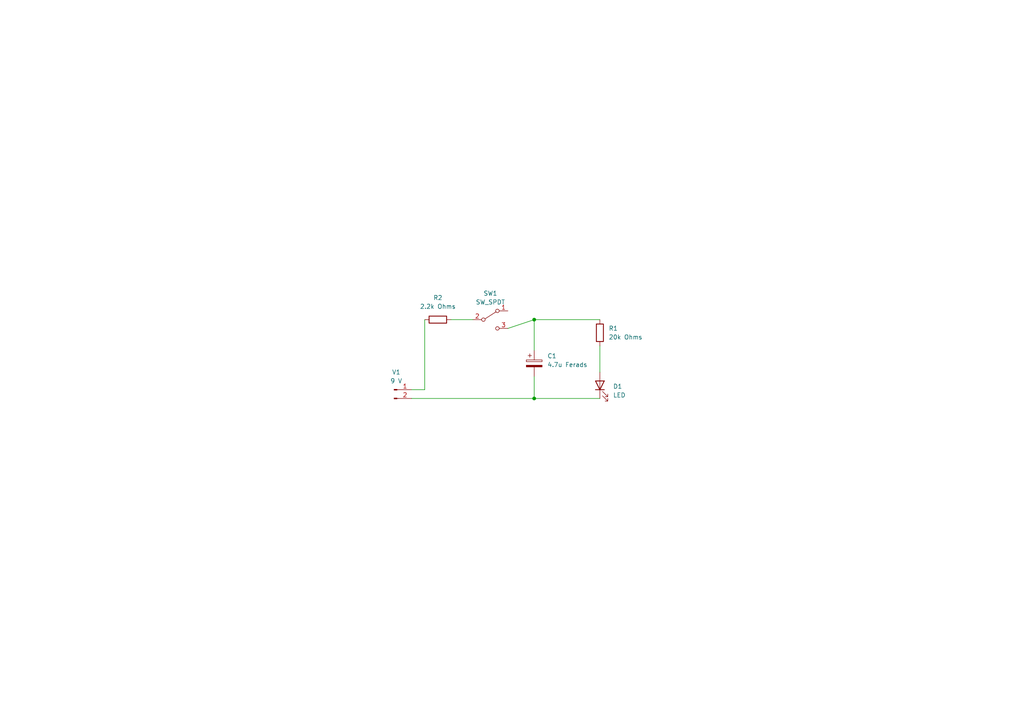
<source format=kicad_sch>
(kicad_sch (version 20211123) (generator eeschema)
  (paper "A4")
  (lib_symbols
    (symbol "Connector:Conn_01x02_Male" (pin_names (offset 1.016) hide)
      (property "Reference" "J" (at 0 2.54 0))
      (property "Value" "Conn_01x02_Male" (at 0 -5.08 0))
      (symbol "Conn_01x02_Male_1_1"
        (polyline (pts (xy 1.27 -2.54) (xy 0.8636 -2.54)) (stroke (width 0.1524)))
        (polyline (pts (xy 1.27 0) (xy 0.8636 0)) (stroke (width 0.1524)))
        (rectangle (start 0.8636 -2.413) (end 0 -2.667) (stroke (width 0.1524)) (fill (type outline)))
        (rectangle (start 0.8636 0.127) (end 0 -0.127) (stroke (width 0.1524)) (fill (type outline)))
        (pin passive line (at 5.08 0 180) (length 3.81) (name "Pin_1") (number "1"))
        (pin passive line (at 5.08 -2.54 180) (length 3.81) (name "Pin_2") (number "2"))
      )
    )
    (symbol "Device:C_Polarized" (pin_numbers hide) (pin_names (offset 0.254))
      (property "Reference" "C" (at 0.635 2.54 0))
      (property "Value" "C_Polarized" (at 0.635 -2.54 0))
      (symbol "C_Polarized_0_1"
        (rectangle (start -2.286 0.508) (end 2.286 1.016))
        (polyline (pts (xy -1.778 2.286) (xy -0.762 2.286)))
        (polyline (pts (xy -1.27 2.794) (xy -1.27 1.778)))
        (rectangle (start 2.286 -0.508) (end -2.286 -1.016) (fill (type outline)))
      )
      (symbol "C_Polarized_1_1"
        (pin passive line (at 0 3.81 270) (length 2.794) (name "~") (number "1"))
        (pin passive line (at 0 -3.81 90) (length 2.794) (name "~") (number "2"))
      )
    )
    (symbol "Device:LED" (pin_numbers hide) (pin_names (offset 1.016) hide)
      (property "Reference" "D" (at 0 2.54 0))
      (property "Value" "LED" (at 0 -2.54 0))
      (symbol "LED_0_1"
        (polyline (pts (xy -1.27 -1.27) (xy -1.27 1.27)) (stroke (width 0.254)))
        (polyline (pts (xy -1.27 0) (xy 1.27 0)))
        (polyline (pts (xy 1.27 -1.27) (xy 1.27 1.27) (xy -1.27 0) (xy 1.27 -1.27)) (stroke (width 0.254)))
        (polyline (pts (xy -3.048 -0.762) (xy -4.572 -2.286) (xy -3.81 -2.286) (xy -4.572 -2.286) (xy -4.572 -1.524)))
        (polyline (pts (xy -1.778 -0.762) (xy -3.302 -2.286) (xy -2.54 -2.286) (xy -3.302 -2.286) (xy -3.302 -1.524)))
      )
      (symbol "LED_1_1"
        (pin passive line (at -3.81 0 0) (length 2.54) (name "K") (number "1"))
        (pin passive line (at 3.81 0 180) (length 2.54) (name "A") (number "2"))
      )
    )
    (symbol "Device:R" (pin_numbers hide) (pin_names (offset 0))
      (property "Reference" "R" (at 2.032 0 90))
      (property "Value" "R" (at 0 0 90))
      (symbol "R_0_1"
        (rectangle (start -1.016 -2.54) (end 1.016 2.54) (stroke (width 0.254)))
      )
      (symbol "R_1_1"
        (pin passive line (at 0 3.81 270) (length 1.27) (name "~") (number "1"))
        (pin passive line (at 0 -3.81 90) (length 1.27) (name "~") (number "2"))
      )
    )
    (symbol "Switch:SW_SPDT" (pin_names (offset 0) hide)
      (property "Reference" "SW" (at 0 4.318 0))
      (property "Value" "SW_SPDT" (at 0 -5.08 0))
      (symbol "SW_SPDT_0_0"
        (circle (center -2.032 0) (radius 0.508))
        (circle (center 2.032 -2.54) (radius 0.508))
      )
      (symbol "SW_SPDT_0_1"
        (polyline (pts (xy -1.524 0.254) (xy 1.651 2.286)))
        (circle (center 2.032 2.54) (radius 0.508))
      )
      (symbol "SW_SPDT_1_1"
        (pin passive line (at 5.08 2.54 180) (length 2.54) (name "A") (number "1"))
        (pin passive line (at -5.08 0 0) (length 2.54) (name "B") (number "2"))
        (pin passive line (at 5.08 -2.54 180) (length 2.54) (name "C") (number "3"))
      )
    )
  )
  (junction (at 154.94 92.71))
  (junction (at 154.94 115.57))
  (wire (pts (xy 154.94 92.71) (xy 173.99 92.71)))
  (wire (pts (xy 154.94 115.57) (xy 173.99 115.57)))
  (wire (pts (xy 123.19 113.03) (xy 123.19 92.71)))
  (wire (pts (xy 130.81 92.71) (xy 137.16 92.71)))
  (wire (pts (xy 154.94 92.71) (xy 154.94 101.6)))
  (wire (pts (xy 119.38 115.57) (xy 154.94 115.57)))
  (wire (pts (xy 147.32 95.25) (xy 154.94 92.71)))
  (wire (pts (xy 173.99 100.33) (xy 173.99 107.95)))
  (wire (pts (xy 154.94 109.22) (xy 154.94 115.57)))
  (wire (pts (xy 119.38 113.03) (xy 123.19 113.03)))
  (symbol (lib_id "Device:C_Polarized") (at 154.94 105.41 0) (unit 1)
    (property "Reference" "C1" (at 158.75 103.2509 0) (effects (justify left)))
    (property "Value" "4.7u Ferads" (at 158.75 105.7909 0) (effects (justify left)))
  )
  (symbol (lib_id "Connector:Conn_01x02_Male") (at 114.3 113.03 0) (unit 1)
    (property "Reference" "V1" (at 114.935 107.95 0))
    (property "Value" "9 V" (at 114.935 110.49 0))
  )
  (symbol (lib_id "Device:R") (at 173.99 96.52 0) (unit 1)
    (property "Reference" "R1" (at 176.53 95.2499 0) (effects (justify left)))
    (property "Value" "20k Ohms" (at 176.53 97.7899 0) (effects (justify left)))
  )
  (symbol (lib_id "Device:LED") (at 173.99 111.76 90) (unit 1)
    (property "Reference" "D1" (at 177.8 112.0774 90) (effects (justify right)))
    (property "Value" "LED" (at 177.8 114.6174 90) (effects (justify right)))
  )
  (symbol (lib_id "Switch:SW_SPDT") (at 142.24 92.71 0) (unit 1)
    (property "Reference" "SW1" (at 142.24 85.09 0))
    (property "Value" "SW_SPDT" (at 142.24 87.63 0))
  )
  (symbol (lib_id "Device:R") (at 127 92.71 270) (unit 1)
    (property "Reference" "R2" (at 127 86.36 90))
    (property "Value" "2.2k Ohms" (at 127 88.9 90))
  )
)
</source>
